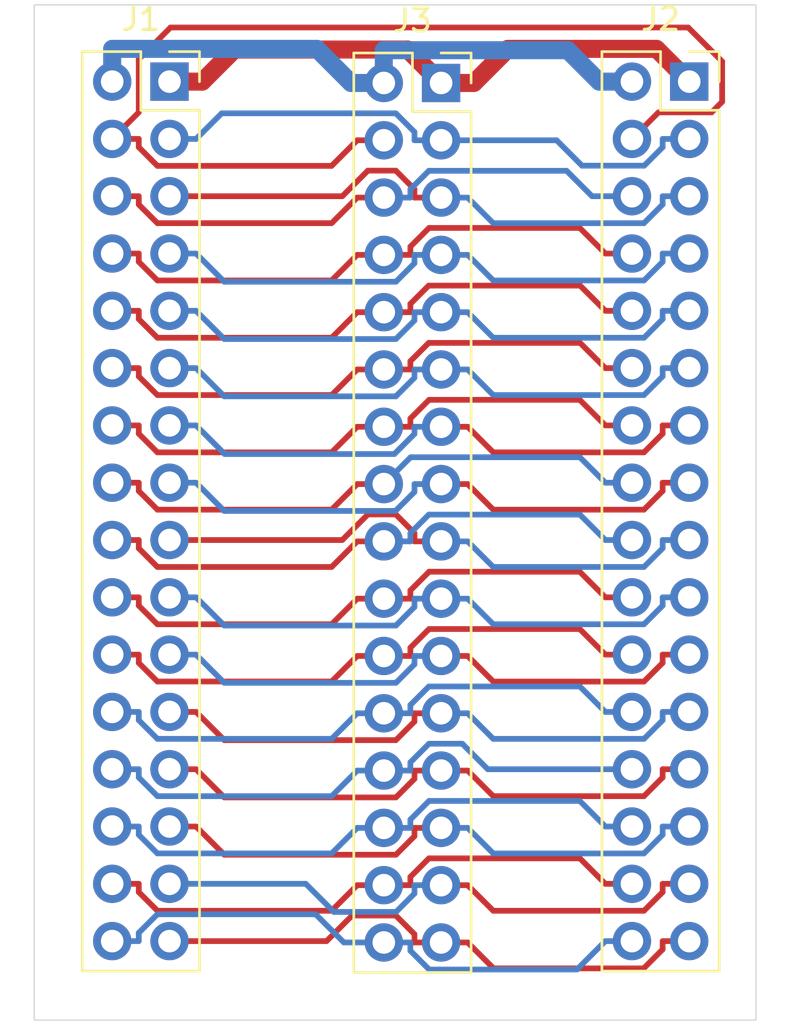
<source format=kicad_pcb>
(kicad_pcb (version 20240108) (generator "pcbnew") (generator_version "8.0")
  (layers (0 "F.Cu" signal) (31 "B.Cu" signal) (34 "B.Paste" user) (35 "F.Paste" user) (36 "B.SilkS" user "B.Silkscreen") (37 "F.SilkS" user "F.Silkscreen") (38 "B.Mask" user) (39 "F.Mask" user) (44 "Edge.Cuts" user))
  (net 0 "")
  (net 1 "Net-(J1-Pin_24)")
  (net 2 "Net-(J1-Pin_13)")
  (net 3 "Net-(J1-Pin_31)")
  (net 4 "Net-(J1-Pin_9)")
  (net 5 "Net-(J1-Pin_6)")
  (net 6 "Net-(J1-Pin_20)")
  (net 7 "GND")
  (net 8 "Net-(J1-Pin_11)")
  (net 9 "Net-(J1-Pin_14)")
  (net 10 "Net-(J1-Pin_16)")
  (net 11 "Net-(J1-Pin_28)")
  (net 12 "Net-(J1-Pin_19)")
  (net 13 "Net-(J1-Pin_5)")
  (net 14 "Net-(J1-Pin_4)")
  (net 15 "VCC")
  (net 16 "Net-(J1-Pin_15)")
  (net 17 "Net-(J1-Pin_10)")
  (net 18 "Net-(J1-Pin_8)")
  (net 19 "Net-(J1-Pin_12)")
  (net 20 "Net-(J1-Pin_23)")
  (net 21 "Net-(J1-Pin_21)")
  (net 22 "Net-(J1-Pin_25)")
  (net 23 "Net-(J1-Pin_32)")
  (net 24 "Net-(J1-Pin_3)")
  (net 25 "Net-(J1-Pin_18)")
  (net 26 "Net-(J1-Pin_26)")
  (net 27 "Net-(J1-Pin_17)")
  (net 28 "Net-(J1-Pin_22)")
  (net 29 "Net-(J1-Pin_30)")
  (net 30 "Net-(J1-Pin_29)")
  (net 31 "Net-(J1-Pin_27)")
  (net 32 "Net-(J1-Pin_7)")
  (footprint "Connector_PinSocket_2.54mm:PinSocket_2x16_P2.54mm_Vertical" (layer "F.Cu") (at 172.04 75.9)
    (property "Reference" "J2" (at -1.27 -2.77 0) (layer "F.SilkS"))
    (property "Value" "Conn_01x32_Pin")
    (fp_line (start -3.87 -1.33) (end -3.87 39.43) (stroke (width 0.12)) (layer "F.SilkS"))
    (fp_line (start -3.87 -1.33) (end -1.27 -1.33) (stroke (width 0.12)) (layer "F.SilkS"))
    (fp_line (start -3.87 39.43) (end 1.33 39.43) (stroke (width 0.12)) (layer "F.SilkS"))
    (fp_line (start -1.27 -1.33) (end -1.27 1.27) (stroke (width 0.12)) (layer "F.SilkS"))
    (fp_line (start -1.27 1.27) (end 1.33 1.27) (stroke (width 0.12)) (layer "F.SilkS"))
    (fp_line (start 0 -1.33) (end 1.33 -1.33) (stroke (width 0.12)) (layer "F.SilkS"))
    (fp_line (start 1.33 -1.33) (end 1.33 0) (stroke (width 0.12)) (layer "F.SilkS"))
    (fp_line (start 1.33 1.27) (end 1.33 39.43) (stroke (width 0.12)) (layer "F.SilkS"))
    (pad "1" thru_hole rect (at 0 0) (size 1.7 1.7) (drill 1) (layers "*.Cu" "*.Mask") (net 7 "GND"))
    (pad "2" thru_hole oval (at -2.54 0) (size 1.7 1.7) (drill 1) (layers "*.Cu" "*.Mask") (net 15 "VCC"))
    (pad "3" thru_hole oval (at 0 2.54) (size 1.7 1.7) (drill 1) (layers "*.Cu" "*.Mask") (net 24 "Net-(J1-Pin_3)"))
    (pad "4" thru_hole oval (at -2.54 2.54) (size 1.7 1.7) (drill 1) (layers "*.Cu" "*.Mask") (net 14 "Net-(J1-Pin_4)"))
    (pad "5" thru_hole oval (at 0 5.08) (size 1.7 1.7) (drill 1) (layers "*.Cu" "*.Mask") (net 13 "Net-(J1-Pin_5)"))
    (pad "6" thru_hole oval (at -2.54 5.08) (size 1.7 1.7) (drill 1) (layers "*.Cu" "*.Mask") (net 5 "Net-(J1-Pin_6)"))
    (pad "7" thru_hole oval (at 0 7.62) (size 1.7 1.7) (drill 1) (layers "*.Cu" "*.Mask") (net 32 "Net-(J1-Pin_7)"))
    (pad "8" thru_hole oval (at -2.54 7.62) (size 1.7 1.7) (drill 1) (layers "*.Cu" "*.Mask") (net 18 "Net-(J1-Pin_8)"))
    (pad "9" thru_hole oval (at 0 10.16) (size 1.7 1.7) (drill 1) (layers "*.Cu" "*.Mask") (net 4 "Net-(J1-Pin_9)"))
    (pad "10" thru_hole oval (at -2.54 10.16) (size 1.7 1.7) (drill 1) (layers "*.Cu" "*.Mask") (net 17 "Net-(J1-Pin_10)"))
    (pad "11" thru_hole oval (at 0 12.7) (size 1.7 1.7) (drill 1) (layers "*.Cu" "*.Mask") (net 8 "Net-(J1-Pin_11)"))
    (pad "12" thru_hole oval (at -2.54 12.7) (size 1.7 1.7) (drill 1) (layers "*.Cu" "*.Mask") (net 19 "Net-(J1-Pin_12)"))
    (pad "13" thru_hole oval (at 0 15.24) (size 1.7 1.7) (drill 1) (layers "*.Cu" "*.Mask") (net 2 "Net-(J1-Pin_13)"))
    (pad "14" thru_hole oval (at -2.54 15.24) (size 1.7 1.7) (drill 1) (layers "*.Cu" "*.Mask") (net 9 "Net-(J1-Pin_14)"))
    (pad "15" thru_hole oval (at 0 17.78) (size 1.7 1.7) (drill 1) (layers "*.Cu" "*.Mask") (net 16 "Net-(J1-Pin_15)"))
    (pad "16" thru_hole oval (at -2.54 17.78) (size 1.7 1.7) (drill 1) (layers "*.Cu" "*.Mask") (net 10 "Net-(J1-Pin_16)"))
    (pad "17" thru_hole oval (at 0 20.32) (size 1.7 1.7) (drill 1) (layers "*.Cu" "*.Mask") (net 27 "Net-(J1-Pin_17)"))
    (pad "18" thru_hole oval (at -2.54 20.32) (size 1.7 1.7) (drill 1) (layers "*.Cu" "*.Mask") (net 25 "Net-(J1-Pin_18)"))
    (pad "19" thru_hole oval (at 0 22.86) (size 1.7 1.7) (drill 1) (layers "*.Cu" "*.Mask") (net 12 "Net-(J1-Pin_19)"))
    (pad "20" thru_hole oval (at -2.54 22.86) (size 1.7 1.7) (drill 1) (layers "*.Cu" "*.Mask") (net 6 "Net-(J1-Pin_20)"))
    (pad "21" thru_hole oval (at 0 25.4) (size 1.7 1.7) (drill 1) (layers "*.Cu" "*.Mask") (net 21 "Net-(J1-Pin_21)"))
    (pad "22" thru_hole oval (at -2.54 25.4) (size 1.7 1.7) (drill 1) (layers "*.Cu" "*.Mask") (net 28 "Net-(J1-Pin_22)"))
    (pad "23" thru_hole oval (at 0 27.94) (size 1.7 1.7) (drill 1) (layers "*.Cu" "*.Mask") (net 20 "Net-(J1-Pin_23)"))
    (pad "24" thru_hole oval (at -2.54 27.94) (size 1.7 1.7) (drill 1) (layers "*.Cu" "*.Mask") (net 1 "Net-(J1-Pin_24)"))
    (pad "25" thru_hole oval (at 0 30.48) (size 1.7 1.7) (drill 1) (layers "*.Cu" "*.Mask") (net 22 "Net-(J1-Pin_25)"))
    (pad "26" thru_hole oval (at -2.54 30.48) (size 1.7 1.7) (drill 1) (layers "*.Cu" "*.Mask") (net 26 "Net-(J1-Pin_26)"))
    (pad "27" thru_hole oval (at 0 33.02) (size 1.7 1.7) (drill 1) (layers "*.Cu" "*.Mask") (net 31 "Net-(J1-Pin_27)"))
    (pad "28" thru_hole oval (at -2.54 33.02) (size 1.7 1.7) (drill 1) (layers "*.Cu" "*.Mask") (net 11 "Net-(J1-Pin_28)"))
    (pad "29" thru_hole oval (at 0 35.56) (size 1.7 1.7) (drill 1) (layers "*.Cu" "*.Mask") (net 30 "Net-(J1-Pin_29)"))
    (pad "30" thru_hole oval (at -2.54 35.56) (size 1.7 1.7) (drill 1) (layers "*.Cu" "*.Mask") (net 29 "Net-(J1-Pin_30)"))
    (pad "31" thru_hole oval (at 0 38.1) (size 1.7 1.7) (drill 1) (layers "*.Cu" "*.Mask") (net 3 "Net-(J1-Pin_31)"))
    (pad "32" thru_hole oval (at -2.54 38.1) (size 1.7 1.7) (drill 1) (layers "*.Cu" "*.Mask") (net 23 "Net-(J1-Pin_32)"))
  )
  (footprint "Connector_PinSocket_2.54mm:PinSocket_2x16_P2.54mm_Vertical" (layer "F.Cu") (at 149 75.9)
    (property "Reference" "J1" (at -1.27 -2.77 0) (layer "F.SilkS"))
    (property "Value" "Conn_01x32_Pin")
    (fp_line (start -3.87 -1.33) (end -3.87 39.43) (stroke (width 0.12)) (layer "F.SilkS"))
    (fp_line (start -3.87 -1.33) (end -1.27 -1.33) (stroke (width 0.12)) (layer "F.SilkS"))
    (fp_line (start -3.87 39.43) (end 1.33 39.43) (stroke (width 0.12)) (layer "F.SilkS"))
    (fp_line (start -1.27 -1.33) (end -1.27 1.27) (stroke (width 0.12)) (layer "F.SilkS"))
    (fp_line (start -1.27 1.27) (end 1.33 1.27) (stroke (width 0.12)) (layer "F.SilkS"))
    (fp_line (start 0 -1.33) (end 1.33 -1.33) (stroke (width 0.12)) (layer "F.SilkS"))
    (fp_line (start 1.33 -1.33) (end 1.33 0) (stroke (width 0.12)) (layer "F.SilkS"))
    (fp_line (start 1.33 1.27) (end 1.33 39.43) (stroke (width 0.12)) (layer "F.SilkS"))
    (pad "1" thru_hole rect (at 0 0) (size 1.7 1.7) (drill 1) (layers "*.Cu" "*.Mask") (net 7 "GND"))
    (pad "2" thru_hole oval (at -2.54 0) (size 1.7 1.7) (drill 1) (layers "*.Cu" "*.Mask") (net 15 "VCC"))
    (pad "3" thru_hole oval (at 0 2.54) (size 1.7 1.7) (drill 1) (layers "*.Cu" "*.Mask") (net 24 "Net-(J1-Pin_3)"))
    (pad "4" thru_hole oval (at -2.54 2.54) (size 1.7 1.7) (drill 1) (layers "*.Cu" "*.Mask") (net 14 "Net-(J1-Pin_4)"))
    (pad "5" thru_hole oval (at 0 5.08) (size 1.7 1.7) (drill 1) (layers "*.Cu" "*.Mask") (net 13 "Net-(J1-Pin_5)"))
    (pad "6" thru_hole oval (at -2.54 5.08) (size 1.7 1.7) (drill 1) (layers "*.Cu" "*.Mask") (net 5 "Net-(J1-Pin_6)"))
    (pad "7" thru_hole oval (at 0 7.62) (size 1.7 1.7) (drill 1) (layers "*.Cu" "*.Mask") (net 32 "Net-(J1-Pin_7)"))
    (pad "8" thru_hole oval (at -2.54 7.62) (size 1.7 1.7) (drill 1) (layers "*.Cu" "*.Mask") (net 18 "Net-(J1-Pin_8)"))
    (pad "9" thru_hole oval (at 0 10.16) (size 1.7 1.7) (drill 1) (layers "*.Cu" "*.Mask") (net 4 "Net-(J1-Pin_9)"))
    (pad "10" thru_hole oval (at -2.54 10.16) (size 1.7 1.7) (drill 1) (layers "*.Cu" "*.Mask") (net 17 "Net-(J1-Pin_10)"))
    (pad "11" thru_hole oval (at 0 12.7) (size 1.7 1.7) (drill 1) (layers "*.Cu" "*.Mask") (net 8 "Net-(J1-Pin_11)"))
    (pad "12" thru_hole oval (at -2.54 12.7) (size 1.7 1.7) (drill 1) (layers "*.Cu" "*.Mask") (net 19 "Net-(J1-Pin_12)"))
    (pad "13" thru_hole oval (at 0 15.24) (size 1.7 1.7) (drill 1) (layers "*.Cu" "*.Mask") (net 2 "Net-(J1-Pin_13)"))
    (pad "14" thru_hole oval (at -2.54 15.24) (size 1.7 1.7) (drill 1) (layers "*.Cu" "*.Mask") (net 9 "Net-(J1-Pin_14)"))
    (pad "15" thru_hole oval (at 0 17.78) (size 1.7 1.7) (drill 1) (layers "*.Cu" "*.Mask") (net 16 "Net-(J1-Pin_15)"))
    (pad "16" thru_hole oval (at -2.54 17.78) (size 1.7 1.7) (drill 1) (layers "*.Cu" "*.Mask") (net 10 "Net-(J1-Pin_16)"))
    (pad "17" thru_hole oval (at 0 20.32) (size 1.7 1.7) (drill 1) (layers "*.Cu" "*.Mask") (net 27 "Net-(J1-Pin_17)"))
    (pad "18" thru_hole oval (at -2.54 20.32) (size 1.7 1.7) (drill 1) (layers "*.Cu" "*.Mask") (net 25 "Net-(J1-Pin_18)"))
    (pad "19" thru_hole oval (at 0 22.86) (size 1.7 1.7) (drill 1) (layers "*.Cu" "*.Mask") (net 12 "Net-(J1-Pin_19)"))
    (pad "20" thru_hole oval (at -2.54 22.86) (size 1.7 1.7) (drill 1) (layers "*.Cu" "*.Mask") (net 6 "Net-(J1-Pin_20)"))
    (pad "21" thru_hole oval (at 0 25.4) (size 1.7 1.7) (drill 1) (layers "*.Cu" "*.Mask") (net 21 "Net-(J1-Pin_21)"))
    (pad "22" thru_hole oval (at -2.54 25.4) (size 1.7 1.7) (drill 1) (layers "*.Cu" "*.Mask") (net 28 "Net-(J1-Pin_22)"))
    (pad "23" thru_hole oval (at 0 27.94) (size 1.7 1.7) (drill 1) (layers "*.Cu" "*.Mask") (net 20 "Net-(J1-Pin_23)"))
    (pad "24" thru_hole oval (at -2.54 27.94) (size 1.7 1.7) (drill 1) (layers "*.Cu" "*.Mask") (net 1 "Net-(J1-Pin_24)"))
    (pad "25" thru_hole oval (at 0 30.48) (size 1.7 1.7) (drill 1) (layers "*.Cu" "*.Mask") (net 22 "Net-(J1-Pin_25)"))
    (pad "26" thru_hole oval (at -2.54 30.48) (size 1.7 1.7) (drill 1) (layers "*.Cu" "*.Mask") (net 26 "Net-(J1-Pin_26)"))
    (pad "27" thru_hole oval (at 0 33.02) (size 1.7 1.7) (drill 1) (layers "*.Cu" "*.Mask") (net 31 "Net-(J1-Pin_27)"))
    (pad "28" thru_hole oval (at -2.54 33.02) (size 1.7 1.7) (drill 1) (layers "*.Cu" "*.Mask") (net 11 "Net-(J1-Pin_28)"))
    (pad "29" thru_hole oval (at 0 35.56) (size 1.7 1.7) (drill 1) (layers "*.Cu" "*.Mask") (net 30 "Net-(J1-Pin_29)"))
    (pad "30" thru_hole oval (at -2.54 35.56) (size 1.7 1.7) (drill 1) (layers "*.Cu" "*.Mask") (net 29 "Net-(J1-Pin_30)"))
    (pad "31" thru_hole oval (at 0 38.1) (size 1.7 1.7) (drill 1) (layers "*.Cu" "*.Mask") (net 3 "Net-(J1-Pin_31)"))
    (pad "32" thru_hole oval (at -2.54 38.1) (size 1.7 1.7) (drill 1) (layers "*.Cu" "*.Mask") (net 23 "Net-(J1-Pin_32)"))
  )
  (footprint "Connector_PinSocket_2.54mm:PinSocket_2x16_P2.54mm_Vertical" (layer "F.Cu") (at 161.04 75.96)
    (property "Reference" "J3" (at -1.27 -2.77 0) (layer "F.SilkS"))
    (property "Value" "Conn_01x32_Pin")
    (fp_line (start -3.87 -1.33) (end -3.87 39.43) (stroke (width 0.12)) (layer "F.SilkS"))
    (fp_line (start -3.87 -1.33) (end -1.27 -1.33) (stroke (width 0.12)) (layer "F.SilkS"))
    (fp_line (start -3.87 39.43) (end 1.33 39.43) (stroke (width 0.12)) (layer "F.SilkS"))
    (fp_line (start -1.27 -1.33) (end -1.27 1.27) (stroke (width 0.12)) (layer "F.SilkS"))
    (fp_line (start -1.27 1.27) (end 1.33 1.27) (stroke (width 0.12)) (layer "F.SilkS"))
    (fp_line (start 0 -1.33) (end 1.33 -1.33) (stroke (width 0.12)) (layer "F.SilkS"))
    (fp_line (start 1.33 -1.33) (end 1.33 0) (stroke (width 0.12)) (layer "F.SilkS"))
    (fp_line (start 1.33 1.27) (end 1.33 39.43) (stroke (width 0.12)) (layer "F.SilkS"))
    (pad "1" thru_hole rect (at 0 0) (size 1.7 1.7) (drill 1) (layers "*.Cu" "*.Mask") (net 7 "GND"))
    (pad "2" thru_hole oval (at -2.54 0) (size 1.7 1.7) (drill 1) (layers "*.Cu" "*.Mask") (net 15 "VCC"))
    (pad "3" thru_hole oval (at 0 2.54) (size 1.7 1.7) (drill 1) (layers "*.Cu" "*.Mask") (net 24 "Net-(J1-Pin_3)"))
    (pad "4" thru_hole oval (at -2.54 2.54) (size 1.7 1.7) (drill 1) (layers "*.Cu" "*.Mask") (net 14 "Net-(J1-Pin_4)"))
    (pad "5" thru_hole oval (at 0 5.08) (size 1.7 1.7) (drill 1) (layers "*.Cu" "*.Mask") (net 13 "Net-(J1-Pin_5)"))
    (pad "6" thru_hole oval (at -2.54 5.08) (size 1.7 1.7) (drill 1) (layers "*.Cu" "*.Mask") (net 5 "Net-(J1-Pin_6)"))
    (pad "7" thru_hole oval (at 0 7.62) (size 1.7 1.7) (drill 1) (layers "*.Cu" "*.Mask") (net 32 "Net-(J1-Pin_7)"))
    (pad "8" thru_hole oval (at -2.54 7.62) (size 1.7 1.7) (drill 1) (layers "*.Cu" "*.Mask") (net 18 "Net-(J1-Pin_8)"))
    (pad "9" thru_hole oval (at 0 10.16) (size 1.7 1.7) (drill 1) (layers "*.Cu" "*.Mask") (net 4 "Net-(J1-Pin_9)"))
    (pad "10" thru_hole oval (at -2.54 10.16) (size 1.7 1.7) (drill 1) (layers "*.Cu" "*.Mask") (net 17 "Net-(J1-Pin_10)"))
    (pad "11" thru_hole oval (at 0 12.7) (size 1.7 1.7) (drill 1) (layers "*.Cu" "*.Mask") (net 8 "Net-(J1-Pin_11)"))
    (pad "12" thru_hole oval (at -2.54 12.7) (size 1.7 1.7) (drill 1) (layers "*.Cu" "*.Mask") (net 19 "Net-(J1-Pin_12)"))
    (pad "13" thru_hole oval (at 0 15.24) (size 1.7 1.7) (drill 1) (layers "*.Cu" "*.Mask") (net 2 "Net-(J1-Pin_13)"))
    (pad "14" thru_hole oval (at -2.54 15.24) (size 1.7 1.7) (drill 1) (layers "*.Cu" "*.Mask") (net 9 "Net-(J1-Pin_14)"))
    (pad "15" thru_hole oval (at 0 17.78) (size 1.7 1.7) (drill 1) (layers "*.Cu" "*.Mask") (net 16 "Net-(J1-Pin_15)"))
    (pad "16" thru_hole oval (at -2.54 17.78) (size 1.7 1.7) (drill 1) (layers "*.Cu" "*.Mask") (net 10 "Net-(J1-Pin_16)"))
    (pad "17" thru_hole oval (at 0 20.32) (size 1.7 1.7) (drill 1) (layers "*.Cu" "*.Mask") (net 27 "Net-(J1-Pin_17)"))
    (pad "18" thru_hole oval (at -2.54 20.32) (size 1.7 1.7) (drill 1) (layers "*.Cu" "*.Mask") (net 25 "Net-(J1-Pin_18)"))
    (pad "19" thru_hole oval (at 0 22.86) (size 1.7 1.7) (drill 1) (layers "*.Cu" "*.Mask") (net 12 "Net-(J1-Pin_19)"))
    (pad "20" thru_hole oval (at -2.54 22.86) (size 1.7 1.7) (drill 1) (layers "*.Cu" "*.Mask") (net 6 "Net-(J1-Pin_20)"))
    (pad "21" thru_hole oval (at 0 25.4) (size 1.7 1.7) (drill 1) (layers "*.Cu" "*.Mask") (net 21 "Net-(J1-Pin_21)"))
    (pad "22" thru_hole oval (at -2.54 25.4) (size 1.7 1.7) (drill 1) (layers "*.Cu" "*.Mask") (net 28 "Net-(J1-Pin_22)"))
    (pad "23" thru_hole oval (at 0 27.94) (size 1.7 1.7) (drill 1) (layers "*.Cu" "*.Mask") (net 20 "Net-(J1-Pin_23)"))
    (pad "24" thru_hole oval (at -2.54 27.94) (size 1.7 1.7) (drill 1) (layers "*.Cu" "*.Mask") (net 1 "Net-(J1-Pin_24)"))
    (pad "25" thru_hole oval (at 0 30.48) (size 1.7 1.7) (drill 1) (layers "*.Cu" "*.Mask") (net 22 "Net-(J1-Pin_25)"))
    (pad "26" thru_hole oval (at -2.54 30.48) (size 1.7 1.7) (drill 1) (layers "*.Cu" "*.Mask") (net 26 "Net-(J1-Pin_26)"))
    (pad "27" thru_hole oval (at 0 33.02) (size 1.7 1.7) (drill 1) (layers "*.Cu" "*.Mask") (net 31 "Net-(J1-Pin_27)"))
    (pad "28" thru_hole oval (at -2.54 33.02) (size 1.7 1.7) (drill 1) (layers "*.Cu" "*.Mask") (net 11 "Net-(J1-Pin_28)"))
    (pad "29" thru_hole oval (at 0 35.56) (size 1.7 1.7) (drill 1) (layers "*.Cu" "*.Mask") (net 30 "Net-(J1-Pin_29)"))
    (pad "30" thru_hole oval (at -2.54 35.56) (size 1.7 1.7) (drill 1) (layers "*.Cu" "*.Mask") (net 29 "Net-(J1-Pin_30)"))
    (pad "31" thru_hole oval (at 0 38.1) (size 1.7 1.7) (drill 1) (layers "*.Cu" "*.Mask") (net 3 "Net-(J1-Pin_31)"))
    (pad "32" thru_hole oval (at -2.54 38.1) (size 1.7 1.7) (drill 1) (layers "*.Cu" "*.Mask") (net 23 "Net-(J1-Pin_32)"))
  )
  (gr_rect (start 143 72.5) (end 175 117.5) (stroke (width 0.05)) (fill none) (layer "Edge.Cuts"))
  (segment (start 156.187 105.0343) (end 157.3213 103.9) (width 0.254) (layer "B.Cu") (net 1))
  (segment (start 146.46 103.84) (end 147.6387 103.84) (width 0.254) (layer "B.Cu") (net 1))
  (segment (start 159.6787 103.5336) (end 159.6787 103.9) (width 0.254) (layer "B.Cu") (net 1))
  (segment (start 157.9107 103.9) (end 158.5 103.9) (width 0.254) (layer "B.Cu") (net 1))
  (segment (start 147.6387 104.2083) (end 148.4647 105.0343) (width 0.254) (layer "B.Cu") (net 1))
  (segment (start 160.5005 102.7118) (end 159.6787 103.5336) (width 0.254) (layer "B.Cu") (net 1))
  (segment (start 158.5 103.9) (end 159.6787 103.9) (width 0.254) (layer "B.Cu") (net 1))
  (segment (start 167.1931 102.7118) (end 160.5005 102.7118) (width 0.254) (layer "B.Cu") (net 1))
  (segment (start 169.5 103.84) (end 168.3213 103.84) (width 0.254) (layer "B.Cu") (net 1))
  (segment (start 157.9107 103.9) (end 157.3213 103.9) (width 0.254) (layer "B.Cu") (net 1))
  (segment (start 148.4647 105.0343) (end 156.187 105.0343) (width 0.254) (layer "B.Cu") (net 1))
  (segment (start 147.6387 103.84) (end 147.6387 104.2083) (width 0.254) (layer "B.Cu") (net 1))
  (segment (start 168.3213 103.84) (end 167.1931 102.7118) (width 0.254) (layer "B.Cu") (net 1))
  (segment (start 172.04 91.14) (end 170.8613 91.14) (width 0.254) (layer "F.Cu") (net 2))
  (segment (start 162.2187 91.2) (end 163.3531 92.3344) (width 0.254) (layer "F.Cu") (net 2))
  (segment (start 170.8613 91.5064) (end 170.8613 91.14) (width 0.254) (layer "F.Cu") (net 2))
  (segment (start 170.0333 92.3344) (end 170.8613 91.5064) (width 0.254) (layer "F.Cu") (net 2))
  (segment (start 163.3531 92.3344) (end 170.0333 92.3344) (width 0.254) (layer "F.Cu") (net 2))
  (segment (start 161.04 91.2) (end 162.2187 91.2) (width 0.254) (layer "F.Cu") (net 2))
  (segment (start 159.8613 91.515) (end 159.8613 91.2) (width 0.254) (layer "B.Cu") (net 2))
  (segment (start 151.447 92.4083) (end 158.968 92.4083) (width 0.254) (layer "B.Cu") (net 2))
  (segment (start 150.1787 91.14) (end 151.447 92.4083) (width 0.254) (layer "B.Cu") (net 2))
  (segment (start 149 91.14) (end 150.1787 91.14) (width 0.254) (layer "B.Cu") (net 2))
  (segment (start 158.968 92.4083) (end 159.8613 91.515) (width 0.254) (layer "B.Cu") (net 2))
  (segment (start 161.04 91.2) (end 159.8613 91.2) (width 0.254) (layer "B.Cu") (net 2))
  (segment (start 159.8613 113.6936) (end 159.8613 114.06) (width 0.254) (layer "F.Cu") (net 3))
  (segment (start 161.04 114.06) (end 159.8613 114.06) (width 0.254) (layer "F.Cu") (net 3))
  (segment (start 155.9622 114) (end 157.0966 112.8656) (width 0.254) (layer "F.Cu") (net 3))
  (segment (start 157.0966 112.8656) (end 159.0333 112.8656) (width 0.254) (layer "F.Cu") (net 3))
  (segment (start 149 114) (end 155.9622 114) (width 0.254) (layer "F.Cu") (net 3))
  (segment (start 170.8613 114.3683) (end 170.0213 115.2083) (width 0.254) (layer "F.Cu") (net 3))
  (segment (start 170.0213 115.2083) (end 163.367 115.2083) (width 0.254) (layer "F.Cu") (net 3))
  (segment (start 159.0333 112.8656) (end 159.8613 113.6936) (width 0.254) (layer "F.Cu") (net 3))
  (segment (start 161.04 114.06) (end 162.2187 114.06) (width 0.254) (layer "F.Cu") (net 3))
  (segment (start 172.04 114) (end 170.8613 114) (width 0.254) (layer "F.Cu") (net 3))
  (segment (start 163.367 115.2083) (end 162.2187 114.06) (width 0.254) (layer "F.Cu") (net 3))
  (segment (start 170.8613 114) (end 170.8613 114.3683) (width 0.254) (layer "F.Cu") (net 3))
  (segment (start 170.8613 86.06) (end 170.8613 86.4283) (width 0.254) (layer "B.Cu") (net 4))
  (segment (start 172.04 86.06) (end 170.8613 86.06) (width 0.254) (layer "B.Cu") (net 4))
  (segment (start 159.8613 86.4864) (end 159.8613 86.12) (width 0.254) (layer "B.Cu") (net 4))
  (segment (start 159.0371 87.3106) (end 159.8613 86.4864) (width 0.254) (layer "B.Cu") (net 4))
  (segment (start 150.1787 86.06) (end 151.4293 87.3106) (width 0.254) (layer "B.Cu") (net 4))
  (segment (start 170.8613 86.4283) (end 170.0353 87.2543) (width 0.254) (layer "B.Cu") (net 4))
  (segment (start 170.0353 87.2543) (end 163.353 87.2543) (width 0.254) (layer "B.Cu") (net 4))
  (segment (start 151.4293 87.3106) (end 159.0371 87.3106) (width 0.254) (layer "B.Cu") (net 4))
  (segment (start 163.353 87.2543) (end 162.2187 86.12) (width 0.254) (layer "B.Cu") (net 4))
  (segment (start 149 86.06) (end 150.1787 86.06) (width 0.254) (layer "B.Cu") (net 4))
  (segment (start 161.04 86.12) (end 159.8613 86.12) (width 0.254) (layer "B.Cu") (net 4))
  (segment (start 161.04 86.12) (end 162.2187 86.12) (width 0.254) (layer "B.Cu") (net 4))
  (segment (start 156.187 82.1743) (end 157.3213 81.04) (width 0.254) (layer "F.Cu") (net 5))
  (segment (start 146.46 80.98) (end 147.6387 80.98) (width 0.254) (layer "F.Cu") (net 5))
  (segment (start 147.6387 80.98) (end 147.6387 81.3483) (width 0.254) (layer "F.Cu") (net 5))
  (segment (start 147.6387 81.3483) (end 148.4647 82.1743) (width 0.254) (layer "F.Cu") (net 5))
  (segment (start 158.5 81.04) (end 157.3213 81.04) (width 0.254) (layer "F.Cu") (net 5))
  (segment (start 148.4647 82.1743) (end 156.187 82.1743) (width 0.254) (layer "F.Cu") (net 5))
  (segment (start 160.4975 79.8529) (end 166.6037 79.8529) (width 0.254) (layer "B.Cu") (net 5))
  (segment (start 166.6037 79.8529) (end 167.7308 80.98) (width 0.254) (layer "B.Cu") (net 5))
  (segment (start 167.7308 80.98) (end 168.3213 80.98) (width 0.254) (layer "B.Cu") (net 5))
  (segment (start 159.6787 80.6717) (end 160.4975 79.8529) (width 0.254) (layer "B.Cu") (net 5))
  (segment (start 158.5 81.04) (end 159.6787 81.04) (width 0.254) (layer "B.Cu") (net 5))
  (segment (start 159.6787 81.04) (end 159.6787 80.6717) (width 0.254) (layer "B.Cu") (net 5))
  (segment (start 169.5 80.98) (end 168.3213 80.98) (width 0.254) (layer "B.Cu") (net 5))
  (segment (start 159.6787 98.4536) (end 159.6787 98.82) (width 0.254) (layer "F.Cu") (net 6))
  (segment (start 156.187 99.9543) (end 157.3213 98.82) (width 0.254) (layer "F.Cu") (net 6))
  (segment (start 168.3213 98.76) (end 167.1869 97.6256) (width 0.254) (layer "F.Cu") (net 6))
  (segment (start 169.5 98.76) (end 168.3213 98.76) (width 0.254) (layer "F.Cu") (net 6))
  (segment (start 160.5067 97.6256) (end 159.6787 98.4536) (width 0.254) (layer "F.Cu") (net 6))
  (segment (start 147.6387 99.1283) (end 148.4647 99.9543) (width 0.254) (layer "F.Cu") (net 6))
  (segment (start 158.5 98.82) (end 159.6787 98.82) (width 0.254) (layer "F.Cu") (net 6))
  (segment (start 148.4647 99.9543) (end 156.187 99.9543) (width 0.254) (layer "F.Cu") (net 6))
  (segment (start 146.46 98.76) (end 147.6387 98.76) (width 0.254) (layer "F.Cu") (net 6))
  (segment (start 147.6387 98.76) (end 147.6387 99.1283) (width 0.254) (layer "F.Cu") (net 6))
  (segment (start 167.1869 97.6256) (end 160.5067 97.6256) (width 0.254) (layer "F.Cu") (net 6))
  (segment (start 158.5 98.82) (end 157.3213 98.82) (width 0.254) (layer "F.Cu") (net 6))
  (segment (start 170.588 74.448) (end 172.04 75.9) (width 0.8) (layer "F.Cu") (net 7))
  (segment (start 149 75.9) (end 150.4517 75.9) (width 0.8) (layer "F.Cu") (net 7))
  (segment (start 150.4517 75.9) (end 151.8737 74.478) (width 0.8) (layer "F.Cu") (net 7))
  (segment (start 164.0037 74.448) (end 170.588 74.448) (width 0.8) (layer "F.Cu") (net 7))
  (segment (start 161.04 75.96) (end 162.4917 75.96) (width 0.8) (layer "F.Cu") (net 7))
  (segment (start 159.558 74.478) (end 161.04 75.96) (width 0.8) (layer "F.Cu") (net 7))
  (segment (start 162.4917 75.96) (end 164.0037 74.448) (width 0.8) (layer "F.Cu") (net 7))
  (segment (start 151.8737 74.478) (end 159.558 74.478) (width 0.8) (layer "F.Cu") (net 7))
  (segment (start 151.4293 89.8506) (end 159.0371 89.8506) (width 0.254) (layer "B.Cu") (net 8))
  (segment (start 159.0371 89.8506) (end 159.8613 89.0264) (width 0.254) (layer "B.Cu") (net 8))
  (segment (start 159.8613 89.0264) (end 159.8613 88.66) (width 0.254) (layer "B.Cu") (net 8))
  (segment (start 161.04 88.66) (end 159.8613 88.66) (width 0.254) (layer "B.Cu") (net 8))
  (segment (start 170.8613 88.6) (end 170.8613 88.9683) (width 0.254) (layer "B.Cu") (net 8))
  (segment (start 163.353 89.7943) (end 162.2187 88.66) (width 0.254) (layer "B.Cu") (net 8))
  (segment (start 172.04 88.6) (end 170.8613 88.6) (width 0.254) (layer "B.Cu") (net 8))
  (segment (start 161.04 88.66) (end 162.2187 88.66) (width 0.254) (layer "B.Cu") (net 8))
  (segment (start 149 88.6) (end 150.1787 88.6) (width 0.254) (layer "B.Cu") (net 8))
  (segment (start 170.0353 89.7943) (end 163.353 89.7943) (width 0.254) (layer "B.Cu") (net 8))
  (segment (start 170.8613 88.9683) (end 170.0353 89.7943) (width 0.254) (layer "B.Cu") (net 8))
  (segment (start 150.1787 88.6) (end 151.4293 89.8506) (width 0.254) (layer "B.Cu") (net 8))
  (segment (start 146.46 91.14) (end 147.6387 91.14) (width 0.254) (layer "F.Cu") (net 9))
  (segment (start 167.1869 90.0056) (end 160.5067 90.0056) (width 0.254) (layer "F.Cu") (net 9))
  (segment (start 160.5067 90.0056) (end 159.6787 90.8336) (width 0.254) (layer "F.Cu") (net 9))
  (segment (start 158.5 91.2) (end 159.6787 91.2) (width 0.254) (layer "F.Cu") (net 9))
  (segment (start 147.6387 91.5083) (end 148.4647 92.3343) (width 0.254) (layer "F.Cu") (net 9))
  (segment (start 158.5 91.2) (end 157.3213 91.2) (width 0.254) (layer "F.Cu") (net 9))
  (segment (start 169.5 91.14) (end 168.3213 91.14) (width 0.254) (layer "F.Cu") (net 9))
  (segment (start 156.187 92.3343) (end 157.3213 91.2) (width 0.254) (layer "F.Cu") (net 9))
  (segment (start 168.3213 91.14) (end 167.1869 90.0056) (width 0.254) (layer "F.Cu") (net 9))
  (segment (start 159.6787 90.8336) (end 159.6787 91.2) (width 0.254) (layer "F.Cu") (net 9))
  (segment (start 148.4647 92.3343) (end 156.187 92.3343) (width 0.254) (layer "F.Cu") (net 9))
  (segment (start 147.6387 91.14) (end 147.6387 91.5083) (width 0.254) (layer "F.Cu") (net 9))
  (segment (start 147.6387 94.0483) (end 148.4647 94.8743) (width 0.254) (layer "F.Cu") (net 10))
  (segment (start 148.4647 94.8743) (end 156.187 94.8743) (width 0.254) (layer "F.Cu") (net 10))
  (segment (start 147.6387 93.68) (end 147.6387 94.0483) (width 0.254) (layer "F.Cu") (net 10))
  (segment (start 146.46 93.68) (end 147.6387 93.68) (width 0.254) (layer "F.Cu") (net 10))
  (segment (start 158.5 93.74) (end 157.3213 93.74) (width 0.254) (layer "F.Cu") (net 10))
  (segment (start 156.187 94.8743) (end 157.3213 93.74) (width 0.254) (layer "F.Cu") (net 10))
  (segment (start 169.5 93.68) (end 168.3213 93.68) (width 0.254) (layer "B.Cu") (net 10))
  (segment (start 167.1909 92.5496) (end 168.3213 93.68) (width 0.254) (layer "B.Cu") (net 10))
  (segment (start 159.6904 92.5496) (end 167.1909 92.5496) (width 0.254) (layer "B.Cu") (net 10))
  (segment (start 158.5 93.74) (end 159.6904 92.5496) (width 0.254) (layer "B.Cu") (net 10))
  (segment (start 159.6787 108.98) (end 159.6787 108.6117) (width 0.254) (layer "B.Cu") (net 11))
  (segment (start 158.5 108.98) (end 157.3213 108.98) (width 0.254) (layer "B.Cu") (net 11))
  (segment (start 156.1894 110.1119) (end 157.3213 108.98) (width 0.254) (layer "B.Cu") (net 11))
  (segment (start 147.6387 109.2883) (end 148.4623 110.1119) (width 0.254) (layer "B.Cu") (net 11))
  (segment (start 159.6787 108.6117) (end 160.5047 107.7857) (width 0.254) (layer "B.Cu") (net 11))
  (segment (start 160.5047 107.7857) (end 167.187 107.7857) (width 0.254) (layer "B.Cu") (net 11))
  (segment (start 148.4623 110.1119) (end 156.1894 110.1119) (width 0.254) (layer "B.Cu") (net 11))
  (segment (start 167.187 107.7857) (end 168.3213 108.92) (width 0.254) (layer "B.Cu") (net 11))
  (segment (start 158.5 108.98) (end 159.6787 108.98) (width 0.254) (layer "B.Cu") (net 11))
  (segment (start 147.6387 108.92) (end 147.6387 109.2883) (width 0.254) (layer "B.Cu") (net 11))
  (segment (start 146.46 108.92) (end 147.6387 108.92) (width 0.254) (layer "B.Cu") (net 11))
  (segment (start 169.5 108.92) (end 168.3213 108.92) (width 0.254) (layer "B.Cu") (net 11))
  (segment (start 161.04 98.82) (end 159.8613 98.82) (width 0.254) (layer "B.Cu") (net 12))
  (segment (start 150.1787 98.76) (end 151.4293 100.0106) (width 0.254) (layer "B.Cu") (net 12))
  (segment (start 151.4293 100.0106) (end 159.0371 100.0106) (width 0.254) (layer "B.Cu") (net 12))
  (segment (start 172.04 98.76) (end 170.8613 98.76) (width 0.254) (layer "B.Cu") (net 12))
  (segment (start 159.0371 100.0106) (end 159.8613 99.1864) (width 0.254) (layer "B.Cu") (net 12))
  (segment (start 170.0353 99.9543) (end 163.353 99.9543) (width 0.254) (layer "B.Cu") (net 12))
  (segment (start 161.04 98.82) (end 162.2187 98.82) (width 0.254) (layer "B.Cu") (net 12))
  (segment (start 149 98.76) (end 150.1787 98.76) (width 0.254) (layer "B.Cu") (net 12))
  (segment (start 159.8613 99.1864) (end 159.8613 98.82) (width 0.254) (layer "B.Cu") (net 12))
  (segment (start 163.353 99.9543) (end 162.2187 98.82) (width 0.254) (layer "B.Cu") (net 12))
  (segment (start 170.8613 98.76) (end 170.8613 99.1283) (width 0.254) (layer "B.Cu") (net 12))
  (segment (start 170.8613 99.1283) (end 170.0353 99.9543) (width 0.254) (layer "B.Cu") (net 12))
  (segment (start 157.7944 79.8456) (end 159.0333 79.8456) (width 0.254) (layer "F.Cu") (net 13))
  (segment (start 159.0333 79.8456) (end 159.8613 80.6736) (width 0.254) (layer "F.Cu") (net 13))
  (segment (start 156.66 80.98) (end 157.7944 79.8456) (width 0.254) (layer "F.Cu") (net 13))
  (segment (start 159.8613 80.6736) (end 159.8613 81.04) (width 0.254) (layer "F.Cu") (net 13))
  (segment (start 161.04 81.04) (end 159.8613 81.04) (width 0.254) (layer "F.Cu") (net 13))
  (segment (start 149 80.98) (end 156.66 80.98) (width 0.254) (layer "F.Cu") (net 13))
  (segment (start 162.2187 81.04) (end 163.3531 82.1744) (width 0.254) (layer "B.Cu") (net 13))
  (segment (start 170.8613 81.3464) (end 170.8613 80.98) (width 0.254) (layer "B.Cu") (net 13))
  (segment (start 161.04 81.04) (end 162.2187 81.04) (width 0.254) (layer "B.Cu") (net 13))
  (segment (start 172.04 80.98) (end 170.8613 80.98) (width 0.254) (layer "B.Cu") (net 13))
  (segment (start 163.3531 82.1744) (end 170.0333 82.1744) (width 0.254) (layer "B.Cu") (net 13))
  (segment (start 170.0333 82.1744) (end 170.8613 81.3464) (width 0.254) (layer "B.Cu") (net 13))
  (segment (start 147.637 74.909) (end 149.046 73.5) (width 0.254) (layer "F.Cu") (net 14))
  (segment (start 173.5 75.006) (end 173.5 76.794) (width 0.254) (layer "F.Cu") (net 14))
  (segment (start 148.4647 79.6343) (end 156.187 79.6343) (width 0.254) (layer "F.Cu") (net 14))
  (segment (start 147.6387 78.44) (end 147.6387 78.8083) (width 0.254) (layer "F.Cu") (net 14))
  (segment (start 173.031 77.263) (end 170.677 77.263) (width 0.254) (layer "F.Cu") (net 14))
  (segment (start 147.637 77.263) (end 147.637 74.909) (width 0.254) (layer "F.Cu") (net 14))
  (segment (start 170.677 77.263) (end 169.5 78.44) (width 0.254) (layer "F.Cu") (net 14))
  (segment (start 171.994 73.5) (end 173.5 75.006) (width 0.254) (layer "F.Cu") (net 14))
  (segment (start 158.5 78.5) (end 157.3213 78.5) (width 0.254) (layer "F.Cu") (net 14))
  (segment (start 146.46 78.44) (end 147.6387 78.44) (width 0.254) (layer "F.Cu") (net 14))
  (segment (start 156.187 79.6343) (end 157.3213 78.5) (width 0.254) (layer "F.Cu") (net 14))
  (segment (start 173.5 76.794) (end 173.031 77.263) (width 0.254) (layer "F.Cu") (net 14))
  (segment (start 149.046 73.5) (end 171.994 73.5) (width 0.254) (layer "F.Cu") (net 14))
  (segment (start 147.6387 78.8083) (end 148.4647 79.6343) (width 0.254) (layer "F.Cu") (net 14))
  (segment (start 146.46 78.44) (end 147.637 77.263) (width 0.254) (layer "F.Cu") (net 14))
  (segment (start 168.0483 75.9) (end 166.6566 74.5083) (width 0.8) (layer "B.Cu") (net 15))
  (segment (start 146.46 75.9) (end 146.46 74.4483) (width 0.8) (layer "B.Cu") (net 15))
  (segment (start 155.5366 74.4483) (end 157.0483 75.96) (width 0.8) (layer "B.Cu") (net 15))
  (segment (start 158.5 75.96) (end 157.0483 75.96) (width 0.8) (layer "B.Cu") (net 15))
  (segment (start 166.6566 74.5083) (end 158.5 74.5083) (width 0.8) (layer "B.Cu") (net 15))
  (segment (start 146.46 74.4483) (end 155.5366 74.4483) (width 0.8) (layer "B.Cu") (net 15))
  (segment (start 158.5 75.96) (end 158.5 74.5083) (width 0.8) (layer "B.Cu") (net 15))
  (segment (start 169.5 75.9) (end 168.0483 75.9) (width 0.8) (layer "B.Cu") (net 15))
  (segment (start 172.04 93.68) (end 170.8613 93.68) (width 0.254) (layer "F.Cu") (net 16))
  (segment (start 163.3531 94.8744) (end 170.0333 94.8744) (width 0.254) (layer "F.Cu") (net 16))
  (segment (start 170.8613 94.0464) (end 170.8613 93.68) (width 0.254) (layer "F.Cu") (net 16))
  (segment (start 170.0333 94.8744) (end 170.8613 94.0464) (width 0.254) (layer "F.Cu") (net 16))
  (segment (start 161.04 93.74) (end 162.2187 93.74) (width 0.254) (layer "F.Cu") (net 16))
  (segment (start 162.2187 93.74) (end 163.3531 94.8744) (width 0.254) (layer "F.Cu") (net 16))
  (segment (start 149 93.68) (end 150.1787 93.68) (width 0.254) (layer "B.Cu") (net 16))
  (segment (start 159.8613 94.0879) (end 159.0186 94.9306) (width 0.254) (layer "B.Cu") (net 16))
  (segment (start 151.4293 94.9306) (end 150.1787 93.68) (width 0.254) (layer "B.Cu") (net 16))
  (segment (start 159.8613 93.74) (end 159.8613 94.0879) (width 0.254) (layer "B.Cu") (net 16))
  (segment (start 161.04 93.74) (end 159.8613 93.74) (width 0.254) (layer "B.Cu") (net 16))
  (segment (start 159.0186 94.9306) (end 151.4293 94.9306) (width 0.254) (layer "B.Cu") (net 16))
  (segment (start 158.5 86.12) (end 159.6787 86.12) (width 0.254) (layer "F.Cu") (net 17))
  (segment (start 159.6787 85.7536) (end 159.6787 86.12) (width 0.254) (layer "F.Cu") (net 17))
  (segment (start 156.187 87.2543) (end 157.3213 86.12) (width 0.254) (layer "F.Cu") (net 17))
  (segment (start 169.5 86.06) (end 168.3213 86.06) (width 0.254) (layer "F.Cu") (net 17))
  (segment (start 167.2026 84.9413) (end 160.491 84.9413) (width 0.254) (layer "F.Cu") (net 17))
  (segment (start 148.4647 87.2543) (end 156.187 87.2543) (width 0.254) (layer "F.Cu") (net 17))
  (segment (start 168.3213 86.06) (end 167.2026 84.9413) (width 0.254) (layer "F.Cu") (net 17))
  (segment (start 160.491 84.9413) (end 159.6787 85.7536) (width 0.254) (layer "F.Cu") (net 17))
  (segment (start 147.6387 86.06) (end 147.6387 86.4283) (width 0.254) (layer "F.Cu") (net 17))
  (segment (start 158.5 86.12) (end 157.3213 86.12) (width 0.254) (layer "F.Cu") (net 17))
  (segment (start 147.6387 86.4283) (end 148.4647 87.2543) (width 0.254) (layer "F.Cu") (net 17))
  (segment (start 146.46 86.06) (end 147.6387 86.06) (width 0.254) (layer "F.Cu") (net 17))
  (segment (start 146.46 83.52) (end 147.6387 83.52) (width 0.254) (layer "F.Cu") (net 18))
  (segment (start 169.5 83.52) (end 168.3213 83.52) (width 0.254) (layer "F.Cu") (net 18))
  (segment (start 158.5 83.58) (end 159.6787 83.58) (width 0.254) (layer "F.Cu") (net 18))
  (segment (start 168.3213 83.52) (end 167.1869 82.3856) (width 0.254) (layer "F.Cu") (net 18))
  (segment (start 148.4647 84.7143) (end 156.187 84.7143) (width 0.254) (layer "F.Cu") (net 18))
  (segment (start 156.187 84.7143) (end 157.3213 83.58) (width 0.254) (layer "F.Cu") (net 18))
  (segment (start 159.6787 83.2136) (end 159.6787 83.58) (width 0.254) (layer "F.Cu") (net 18))
  (segment (start 167.1869 82.3856) (end 160.5067 82.3856) (width 0.254) (layer "F.Cu") (net 18))
  (segment (start 147.6387 83.8883) (end 148.4647 84.7143) (width 0.254) (layer "F.Cu") (net 18))
  (segment (start 147.6387 83.52) (end 147.6387 83.8883) (width 0.254) (layer "F.Cu") (net 18))
  (segment (start 160.5067 82.3856) (end 159.6787 83.2136) (width 0.254) (layer "F.Cu") (net 18))
  (segment (start 158.5 83.58) (end 157.3213 83.58) (width 0.254) (layer "F.Cu") (net 18))
  (segment (start 147.6387 88.9683) (end 148.4647 89.7943) (width 0.254) (layer "F.Cu") (net 19))
  (segment (start 160.491 87.4813) (end 159.6787 88.2936) (width 0.254) (layer "F.Cu") (net 19))
  (segment (start 146.46 88.6) (end 147.6387 88.6) (width 0.254) (layer "F.Cu") (net 19))
  (segment (start 159.6787 88.2936) (end 159.6787 88.66) (width 0.254) (layer "F.Cu") (net 19))
  (segment (start 168.3213 88.6) (end 167.2026 87.4813) (width 0.254) (layer "F.Cu") (net 19))
  (segment (start 156.187 89.7943) (end 157.3213 88.66) (width 0.254) (layer "F.Cu") (net 19))
  (segment (start 158.5 88.66) (end 157.3213 88.66) (width 0.254) (layer "F.Cu") (net 19))
  (segment (start 147.6387 88.6) (end 147.6387 88.9683) (width 0.254) (layer "F.Cu") (net 19))
  (segment (start 167.2026 87.4813) (end 160.491 87.4813) (width 0.254) (layer "F.Cu") (net 19))
  (segment (start 148.4647 89.7943) (end 156.187 89.7943) (width 0.254) (layer "F.Cu") (net 19))
  (segment (start 158.5 88.66) (end 159.6787 88.66) (width 0.254) (layer "F.Cu") (net 19))
  (segment (start 169.5 88.6) (end 168.3213 88.6) (width 0.254) (layer "F.Cu") (net 19))
  (segment (start 150.1787 103.84) (end 151.4293 105.0906) (width 0.254) (layer "F.Cu") (net 20))
  (segment (start 151.4293 105.0906) (end 159.0371 105.0906) (width 0.254) (layer "F.Cu") (net 20))
  (segment (start 159.0371 105.0906) (end 159.8613 104.2664) (width 0.254) (layer "F.Cu") (net 20))
  (segment (start 159.8613 104.2664) (end 159.8613 103.9) (width 0.254) (layer "F.Cu") (net 20))
  (segment (start 149 103.84) (end 150.1787 103.84) (width 0.254) (layer "F.Cu") (net 20))
  (segment (start 161.04 103.9) (end 159.8613 103.9) (width 0.254) (layer "F.Cu") (net 20))
  (segment (start 172.04 103.84) (end 170.8613 103.84) (width 0.254) (layer "B.Cu") (net 20))
  (segment (start 163.353 105.0343) (end 162.2187 103.9) (width 0.254) (layer "B.Cu") (net 20))
  (segment (start 170.0353 105.0343) (end 163.353 105.0343) (width 0.254) (layer "B.Cu") (net 20))
  (segment (start 170.8613 103.84) (end 170.8613 104.2083) (width 0.254) (layer "B.Cu") (net 20))
  (segment (start 170.8613 104.2083) (end 170.0353 105.0343) (width 0.254) (layer "B.Cu") (net 20))
  (segment (start 161.04 103.9) (end 162.2187 103.9) (width 0.254) (layer "B.Cu") (net 20))
  (segment (start 172.04 101.3) (end 170.8613 101.3) (width 0.254) (layer "F.Cu") (net 21))
  (segment (start 161.04 101.36) (end 162.2187 101.36) (width 0.254) (layer "F.Cu") (net 21))
  (segment (start 170.8613 101.6664) (end 170.8613 101.3) (width 0.254) (layer "F.Cu") (net 21))
  (segment (start 163.3531 102.4944) (end 170.0333 102.4944) (width 0.254) (layer "F.Cu") (net 21))
  (segment (start 162.2187 101.36) (end 163.3531 102.4944) (width 0.254) (layer "F.Cu") (net 21))
  (segment (start 170.0333 102.4944) (end 170.8613 101.6664) (width 0.254) (layer "F.Cu") (net 21))
  (segment (start 149 101.3) (end 150.1787 101.3) (width 0.254) (layer "B.Cu") (net 21))
  (segment (start 161.04 101.36) (end 159.8613 101.36) (width 0.254) (layer "B.Cu") (net 21))
  (segment (start 159.0371 102.5506) (end 159.8613 101.7264) (width 0.254) (layer "B.Cu") (net 21))
  (segment (start 159.8613 101.7264) (end 159.8613 101.36) (width 0.254) (layer "B.Cu") (net 21))
  (segment (start 151.4293 102.5506) (end 159.0371 102.5506) (width 0.254) (layer "B.Cu") (net 21))
  (segment (start 150.1787 101.3) (end 151.4293 102.5506) (width 0.254) (layer "B.Cu") (net 21))
  (segment (start 161.04 106.44) (end 162.2187 106.44) (width 0.254) (layer "F.Cu") (net 22))
  (segment (start 162.2187 106.44) (end 163.3531 107.5744) (width 0.254) (layer "F.Cu") (net 22))
  (segment (start 151.4293 107.6306) (end 159.0371 107.6306) (width 0.254) (layer "F.Cu") (net 22))
  (segment (start 150.1787 106.38) (end 151.4293 107.6306) (width 0.254) (layer "F.Cu") (net 22))
  (segment (start 163.3531 107.5744) (end 170.0333 107.5744) (width 0.254) (layer "F.Cu") (net 22))
  (segment (start 159.0371 107.6306) (end 159.8613 106.8064) (width 0.254) (layer "F.Cu") (net 22))
  (segment (start 149 106.38) (end 150.1787 106.38) (width 0.254) (layer "F.Cu") (net 22))
  (segment (start 170.0333 107.5744) (end 170.8613 106.7464) (width 0.254) (layer "F.Cu") (net 22))
  (segment (start 161.04 106.44) (end 159.8613 106.44) (width 0.254) (layer "F.Cu") (net 22))
  (segment (start 159.8613 106.8064) (end 159.8613 106.44) (width 0.254) (layer "F.Cu") (net 22))
  (segment (start 170.8613 106.7464) (end 170.8613 106.38) (width 0.254) (layer "F.Cu") (net 22))
  (segment (start 172.04 106.38) (end 170.8613 106.38) (width 0.254) (layer "F.Cu") (net 22))
  (segment (start 158.5 114.06) (end 157.3213 114.06) (width 0.254) (layer "B.Cu") (net 23))
  (segment (start 167.0628 115.2585) (end 160.5108 115.2585) (width 0.254) (layer "B.Cu") (net 23))
  (segment (start 147.6387 113.6317) (end 148.461 112.8094) (width 0.254) (layer "B.Cu") (net 23))
  (segment (start 146.46 114) (end 147.6387 114) (width 0.254) (layer "B.Cu") (net 23))
  (segment (start 160.5108 115.2585) (end 159.6787 114.4264) (width 0.254) (layer "B.Cu") (net 23))
  (segment (start 168.3213 114) (end 167.0628 115.2585) (width 0.254) (layer "B.Cu") (net 23))
  (segment (start 147.6387 114) (end 147.6387 113.6317) (width 0.254) (layer "B.Cu") (net 23))
  (segment (start 158.5 114.06) (end 159.6787 114.06) (width 0.254) (layer "B.Cu") (net 23))
  (segment (start 156.7308 114.06) (end 157.3213 114.06) (width 0.254) (layer "B.Cu") (net 23))
  (segment (start 155.4802 112.8094) (end 156.7308 114.06) (width 0.254) (layer "B.Cu") (net 23))
  (segment (start 159.6787 114.4264) (end 159.6787 114.06) (width 0.254) (layer "B.Cu") (net 23))
  (segment (start 169.5 114) (end 168.3213 114) (width 0.254) (layer "B.Cu") (net 23))
  (segment (start 148.461 112.8094) (end 155.4802 112.8094) (width 0.254) (layer "B.Cu") (net 23))
  (segment (start 170.8613 78.44) (end 170.8613 78.8083) (width 0.254) (layer "B.Cu") (net 24))
  (segment (start 170.0437 79.6259) (end 167.2882 79.6259) (width 0.254) (layer "B.Cu") (net 24))
  (segment (start 167.2882 79.6259) (end 166.1623 78.5) (width 0.254) (layer "B.Cu") (net 24))
  (segment (start 172.04 78.44) (end 170.8613 78.44) (width 0.254) (layer "B.Cu") (net 24))
  (segment (start 150.1787 78.44) (end 151.3131 77.3056) (width 0.254) (layer "B.Cu") (net 24))
  (segment (start 170.8613 78.8083) (end 170.0437 79.6259) (width 0.254) (layer "B.Cu") (net 24))
  (segment (start 166.1623 78.5) (end 161.04 78.5) (width 0.254) (layer "B.Cu") (net 24))
  (segment (start 161.04 78.5) (end 159.8613 78.5) (width 0.254) (layer "B.Cu") (net 24))
  (segment (start 159.0333 77.3056) (end 159.8613 78.1336) (width 0.254) (layer "B.Cu") (net 24))
  (segment (start 151.3131 77.3056) (end 159.0333 77.3056) (width 0.254) (layer "B.Cu") (net 24))
  (segment (start 159.8613 78.1336) (end 159.8613 78.5) (width 0.254) (layer "B.Cu") (net 24))
  (segment (start 149 78.44) (end 150.1787 78.44) (width 0.254) (layer "B.Cu") (net 24))
  (segment (start 156.187 97.4143) (end 157.3213 96.28) (width 0.254) (layer "F.Cu") (net 25))
  (segment (start 148.4647 97.4143) (end 156.187 97.4143) (width 0.254) (layer "F.Cu") (net 25))
  (segment (start 147.6387 96.22) (end 147.6387 96.5883) (width 0.254) (layer "F.Cu") (net 25))
  (segment (start 147.6387 96.5883) (end 148.4647 97.4143) (width 0.254) (layer "F.Cu") (net 25))
  (segment (start 158.5 96.28) (end 157.3213 96.28) (width 0.254) (layer "F.Cu") (net 25))
  (segment (start 146.46 96.22) (end 147.6387 96.22) (width 0.254) (layer "F.Cu") (net 25))
  (segment (start 169.5 96.22) (end 168.3213 96.22) (width 0.254) (layer "B.Cu") (net 25))
  (segment (start 167.1942 95.0929) (end 168.3213 96.22) (width 0.254) (layer "B.Cu") (net 25))
  (segment (start 160.4975 95.0929) (end 167.1942 95.0929) (width 0.254) (layer "B.Cu") (net 25))
  (segment (start 159.6787 95.9117) (end 160.4975 95.0929) (width 0.254) (layer "B.Cu") (net 25))
  (segment (start 159.6787 96.28) (end 159.6787 95.9117) (width 0.254) (layer "B.Cu") (net 25))
  (segment (start 158.5 96.28) (end 159.6787 96.28) (width 0.254) (layer "B.Cu") (net 25))
  (segment (start 159.6787 106.0736) (end 159.6787 106.44) (width 0.254) (layer "B.Cu") (net 26))
  (segment (start 157.3213 106.44) (end 156.1869 107.5744) (width 0.254) (layer "B.Cu") (net 26))
  (segment (start 163.1087 106.38) (end 161.9783 105.2496) (width 0.254) (layer "B.Cu") (net 26))
  (segment (start 160.5027 105.2496) (end 159.6787 106.0736) (width 0.254) (layer "B.Cu") (net 26))
  (segment (start 148.4667 107.5744) (end 147.6387 106.7464) (width 0.254) (layer "B.Cu") (net 26))
  (segment (start 169.5 106.38) (end 163.1087 106.38) (width 0.254) (layer "B.Cu") (net 26))
  (segment (start 147.6387 106.7464) (end 147.6387 106.38) (width 0.254) (layer "B.Cu") (net 26))
  (segment (start 146.46 106.38) (end 147.6387 106.38) (width 0.254) (layer "B.Cu") (net 26))
  (segment (start 156.1869 107.5744) (end 148.4667 107.5744) (width 0.254) (layer "B.Cu") (net 26))
  (segment (start 158.5 106.44) (end 157.3213 106.44) (width 0.254) (layer "B.Cu") (net 26))
  (segment (start 158.5 106.44) (end 159.6787 106.44) (width 0.254) (layer "B.Cu") (net 26))
  (segment (start 161.9783 105.2496) (end 160.5027 105.2496) (width 0.254) (layer "B.Cu") (net 26))
  (segment (start 159.0333 95.0856) (end 159.8613 95.9136) (width 0.254) (layer "F.Cu") (net 27))
  (segment (start 159.8613 95.9136) (end 159.8613 96.28) (width 0.254) (layer "F.Cu") (net 27))
  (segment (start 157.7944 95.0856) (end 159.0333 95.0856) (width 0.254) (layer "F.Cu") (net 27))
  (segment (start 161.04 96.28) (end 159.8613 96.28) (width 0.254) (layer "F.Cu") (net 27))
  (segment (start 149 96.22) (end 156.66 96.22) (width 0.254) (layer "F.Cu") (net 27))
  (segment (start 156.66 96.22) (end 157.7944 95.0856) (width 0.254) (layer "F.Cu") (net 27))
  (segment (start 170.8613 96.5864) (end 170.8613 96.22) (width 0.254) (layer "B.Cu") (net 27))
  (segment (start 162.2187 96.28) (end 163.3531 97.4144) (width 0.254) (layer "B.Cu") (net 27))
  (segment (start 161.04 96.28) (end 162.2187 96.28) (width 0.254) (layer "B.Cu") (net 27))
  (segment (start 172.04 96.22) (end 170.8613 96.22) (width 0.254) (layer "B.Cu") (net 27))
  (segment (start 163.3531 97.4144) (end 170.0333 97.4144) (width 0.254) (layer "B.Cu") (net 27))
  (segment (start 170.0333 97.4144) (end 170.8613 96.5864) (width 0.254) (layer "B.Cu") (net 27))
  (segment (start 148.4617 102.4913) (end 156.19 102.4913) (width 0.254) (layer "F.Cu") (net 28))
  (segment (start 147.6387 101.6683) (end 148.4617 102.4913) (width 0.254) (layer "F.Cu") (net 28))
  (segment (start 156.19 102.4913) (end 157.3213 101.36) (width 0.254) (layer "F.Cu") (net 28))
  (segment (start 158.5 101.36) (end 157.3213 101.36) (width 0.254) (layer "F.Cu") (net 28))
  (segment (start 146.46 101.3) (end 147.6387 101.3) (width 0.254) (layer "F.Cu") (net 28))
  (segment (start 160.5067 100.1656) (end 159.6787 100.9936) (width 0.254) (layer "F.Cu") (net 28))
  (segment (start 167.1869 100.1656) (end 160.5067 100.1656) (width 0.254) (layer "F.Cu") (net 28))
  (segment (start 158.5 101.36) (end 159.6787 101.36) (width 0.254) (layer "F.Cu") (net 28))
  (segment (start 147.6387 101.3) (end 147.6387 101.6683) (width 0.254) (layer "F.Cu") (net 28))
  (segment (start 168.3213 101.3) (end 167.1869 100.1656) (width 0.254) (layer "F.Cu") (net 28))
  (segment (start 159.6787 100.9936) (end 159.6787 101.36) (width 0.254) (layer "F.Cu") (net 28))
  (segment (start 169.5 101.3) (end 168.3213 101.3) (width 0.254) (layer "F.Cu") (net 28))
  (segment (start 169.5 111.46) (end 168.3213 111.46) (width 0.254) (layer "F.Cu") (net 29))
  (segment (start 160.5005 110.3318) (end 159.6787 111.1536) (width 0.254) (layer "F.Cu") (net 29))
  (segment (start 146.46 111.46) (end 147.6387 111.46) (width 0.254) (layer "F.Cu") (net 29))
  (segment (start 156.187 112.6543) (end 157.3213 111.52) (width 0.254) (layer "F.Cu") (net 29))
  (segment (start 148.4647 112.6543) (end 156.187 112.6543) (width 0.254) (layer "F.Cu") (net 29))
  (segment (start 167.1931 110.3318) (end 160.5005 110.3318) (width 0.254) (layer "F.Cu") (net 29))
  (segment (start 168.3213 111.46) (end 167.1931 110.3318) (width 0.254) (layer "F.Cu") (net 29))
  (segment (start 159.6787 111.1536) (end 159.6787 111.52) (width 0.254) (layer "F.Cu") (net 29))
  (segment (start 158.5 111.52) (end 159.6787 111.52) (width 0.254) (layer "F.Cu") (net 29))
  (segment (start 147.6387 111.46) (end 147.6387 111.8283) (width 0.254) (layer "F.Cu") (net 29))
  (segment (start 157.9107 111.52) (end 157.3213 111.52) (width 0.254) (layer "F.Cu") (net 29))
  (segment (start 147.6387 111.8283) (end 148.4647 112.6543) (width 0.254) (layer "F.Cu") (net 29))
  (segment (start 157.9107 111.52) (end 158.5 111.52) (width 0.254) (layer "F.Cu") (net 29))
  (segment (start 162.2187 111.52) (end 163.3531 112.6544) (width 0.254) (layer "F.Cu") (net 30))
  (segment (start 163.3531 112.6544) (end 170.0333 112.6544) (width 0.254) (layer "F.Cu") (net 30))
  (segment (start 161.04 111.52) (end 162.2187 111.52) (width 0.254) (layer "F.Cu") (net 30))
  (segment (start 170.8613 111.8264) (end 170.8613 111.46) (width 0.254) (layer "F.Cu") (net 30))
  (segment (start 170.0333 112.6544) (end 170.8613 111.8264) (width 0.254) (layer "F.Cu") (net 30))
  (segment (start 172.04 111.46) (end 170.8613 111.46) (width 0.254) (layer "F.Cu") (net 30))
  (segment (start 159.0438 112.7058) (end 156.2881 112.7058) (width 0.254) (layer "B.Cu") (net 30))
  (segment (start 161.04 111.52) (end 159.8613 111.52) (width 0.254) (layer "B.Cu") (net 30))
  (segment (start 155.0423 111.46) (end 149 111.46) (width 0.254) (layer "B.Cu") (net 30))
  (segment (start 159.8613 111.52) (end 159.8613 111.8883) (width 0.254) (layer "B.Cu") (net 30))
  (segment (start 156.2881 112.7058) (end 155.0423 111.46) (width 0.254) (layer "B.Cu") (net 30))
  (segment (start 159.8613 111.8883) (end 159.0438 112.7058) (width 0.254) (layer "B.Cu") (net 30))
  (segment (start 159.0371 110.1706) (end 159.8613 109.3464) (width 0.254) (layer "F.Cu") (net 31))
  (segment (start 149 108.92) (end 150.1787 108.92) (width 0.254) (layer "F.Cu") (net 31))
  (segment (start 150.1787 108.92) (end 151.4293 110.1706) (width 0.254) (layer "F.Cu") (net 31))
  (segment (start 159.8613 109.3464) (end 159.8613 108.98) (width 0.254) (layer "F.Cu") (net 31))
  (segment (start 151.4293 110.1706) (end 159.0371 110.1706) (width 0.254) (layer "F.Cu") (net 31))
  (segment (start 161.04 108.98) (end 159.8613 108.98) (width 0.254) (layer "F.Cu") (net 31))
  (segment (start 161.04 108.98) (end 162.2187 108.98) (width 0.254) (layer "B.Cu") (net 31))
  (segment (start 170.0333 110.1144) (end 170.8613 109.2864) (width 0.254) (layer "B.Cu") (net 31))
  (segment (start 172.04 108.92) (end 170.8613 108.92) (width 0.254) (layer "B.Cu") (net 31))
  (segment (start 170.8613 109.2864) (end 170.8613 108.92) (width 0.254) (layer "B.Cu") (net 31))
  (segment (start 162.2187 108.98) (end 163.3531 110.1144) (width 0.254) (layer "B.Cu") (net 31))
  (segment (start 163.3531 110.1144) (end 170.0333 110.1144) (width 0.254) (layer "B.Cu") (net 31))
  (segment (start 161.04 83.58) (end 159.8613 83.58) (width 0.254) (layer "B.Cu") (net 32))
  (segment (start 170.8613 83.8883) (end 170.0353 84.7143) (width 0.254) (layer "B.Cu") (net 32))
  (segment (start 151.4293 84.7706) (end 159.0371 84.7706) (width 0.254) (layer "B.Cu") (net 32))
  (segment (start 170.8613 83.52) (end 170.8613 83.8883) (width 0.254) (layer "B.Cu") (net 32))
  (segment (start 161.04 83.58) (end 162.2187 83.58) (width 0.254) (layer "B.Cu") (net 32))
  (segment (start 149 83.52) (end 150.1787 83.52) (width 0.254) (layer "B.Cu") (net 32))
  (segment (start 172.04 83.52) (end 170.8613 83.52) (width 0.254) (layer "B.Cu") (net 32))
  (segment (start 150.1787 83.52) (end 151.4293 84.7706) (width 0.254) (layer "B.Cu") (net 32))
  (segment (start 159.8613 83.9464) (end 159.8613 83.58) (width 0.254) (layer "B.Cu") (net 32))
  (segment (start 159.0371 84.7706) (end 159.8613 83.9464) (width 0.254) (layer "B.Cu") (net 32))
  (segment (start 163.353 84.7143) (end 162.2187 83.58) (width 0.254) (layer "B.Cu") (net 32))
  (segment (start 170.0353 84.7143) (end 163.353 84.7143) (width 0.254) (layer "B.Cu") (net 32))
)
</source>
